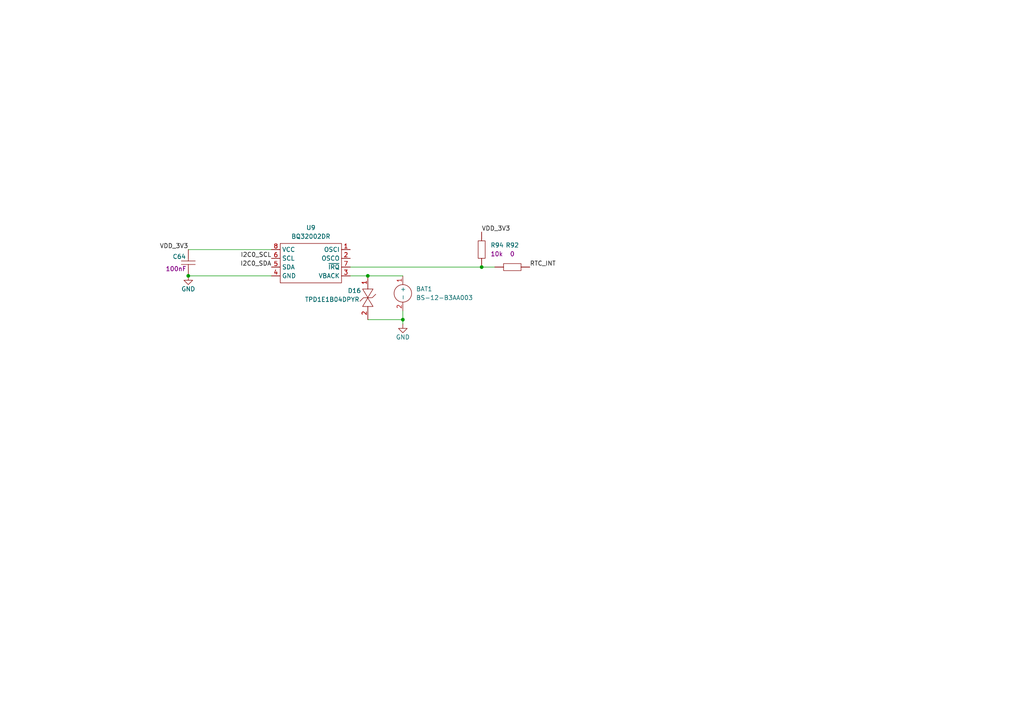
<source format=kicad_sch>
(kicad_sch (version 20250114) (generator "eeschema") (generator_version "9.0")
  (paper "A4")
  (lib_symbols
    (symbol "pepy_sym_lib:[BUTTON_CELL_HOLDER]MYOUNG BS-12-B3AA003"
      (property "Reference" "BAT" (at 0 3.556 0))
      (property "Value" "BS-12-B3AA003" (at 0 -4.064 0))
      (symbol "[BUTTON_CELL_HOLDER]MYOUNG BS-12-B3AA003_0_1"
        (circle (center 0 0) (radius 2.54))
        (pin power_in line (at 5.08 0 180) (length 2.54) (name "-") (number "2"))
      )
      (symbol "[BUTTON_CELL_HOLDER]MYOUNG BS-12-B3AA003_1_1"
        (pin power_in line (at -5.08 0 0) (length 2.54) (name "+") (number "1"))
      )
    )
    (symbol "pepy_sym_lib:[CAP_SMD_0201_0603Metric]YAGEO CC0201KRX5R6BB104" (pin_numbers (hide yes))
      (property "Reference" "C" (at 0 3.556 0))
      (property "Nvalue" "100nF" (at 0 -3.048 0))
      (symbol "[CAP_SMD_0201_0603Metric]YAGEO CC0201KRX5R6BB104_0_1"
        (polyline (pts (xy -1.27 0) (xy -0.51 0)))
        (polyline (pts (xy -0.51 2.03) (xy -0.51 -2.03)))
        (polyline (pts (xy 0.51 2.03) (xy 0.51 -2.03)))
        (polyline (pts (xy 0.51 0) (xy 1.27 0)))
      )
      (symbol "[CAP_SMD_0201_0603Metric]YAGEO CC0201KRX5R6BB104_1_1"
        (pin passive line (at -3.81 0 0) (length 2.54) (name "~") (number "1"))
        (pin passive line (at 3.81 0 180) (length 2.54) (name "~") (number "2"))
      )
    )
    (symbol "pepy_sym_lib:[ESD_PROT]Texas Instruments TPD1E1B04DPYR" (pin_names (hide yes))
      (property "Reference" "D" (at 0 3.048 0))
      (property "Value" "TPD1E1B04DPYR" (at 0 -4.318 0))
      (symbol "[ESD_PROT]Texas Instruments TPD1E1B04DPYR_0_1"
        (polyline (pts (xy -1.02 2.29) (xy 0 1.27) (xy 0 -1.27) (xy 1.02 -2.29)))
      )
      (symbol "[ESD_PROT]Texas Instruments TPD1E1B04DPYR_1_1"
        (polyline (pts (xy -2.54 1.524) (xy -0.0777 0.0004) (xy -2.5399 -1.52) (xy -2.5399 1.52)))
        (polyline (pts (xy 2.54 -1.524) (xy 0.0806 -0.0083) (xy 2.54 1.52) (xy 2.54 -1.52)))
        (pin passive line (at -6.35 0 0) (length 3.81) (name "C") (number "1"))
        (pin passive line (at 6.35 0 180) (length 3.81) (name "A") (number "2"))
      )
    )
    (symbol "pepy_sym_lib:[RES_SMD_0201_0603Metric]UNI-ROYAL(Uniroyal Elec) 0201WMF1002TEE" (pin_numbers (hide yes))
      (property "Reference" "R" (at 0 2.286 0))
      (property "Nvalue" "10k" (at 0 -2.54 0))
      (symbol "[RES_SMD_0201_0603Metric]UNI-ROYAL(Uniroyal Elec) 0201WMF1002TEE_1_1"
        (rectangle (start -2.54 1.02) (end 2.54 -1.02))
        (pin passive line (at -5.08 0 0) (length 2.54) (name "~") (number "1"))
        (pin passive line (at 5.08 0 180) (length 2.54) (name "~") (number "2"))
      )
    )
    (symbol "pepy_sym_lib:[RES_SMD_0402_1005Metric]UNI-ROYAL(Uniroyal Elec) 0402WGF0000TCE" (pin_numbers (hide yes))
      (property "Reference" "R" (at 0 2.286 0))
      (property "Nvalue" "0" (at 0 -2.286 0))
      (symbol "[RES_SMD_0402_1005Metric]UNI-ROYAL(Uniroyal Elec) 0402WGF0000TCE_1_1"
        (rectangle (start -2.54 1.02) (end 2.54 -1.02))
        (pin passive line (at -5.08 0 0) (length 2.54) (name "~") (number "1"))
        (pin passive line (at 5.08 0 180) (length 2.54) (name "~") (number "2"))
      )
    )
    (symbol "pepy_sym_lib:[RTC]TI BQ32002DR"
      (property "Reference" "U" (at 0 7.112 0))
      (property "Value" "BQ32002DR" (at 0 -7.874 0))
      (symbol "[RTC]TI BQ32002DR_0_1"
        (pin unspecified line (at 11.43 3.81 180) (length 2.54) (name "OSCI") (number "1"))
        (pin unspecified line (at 11.43 1.27 180) (length 2.54) (name "OSCO") (number "2"))
        (pin unspecified line (at 11.43 -1.27 180) (length 2.54) (name "~{IRQ}") (number "7"))
        (pin unspecified line (at 11.43 -3.81 180) (length 2.54) (name "VBACK") (number "3"))
      )
      (symbol "[RTC]TI BQ32002DR_1_1"
        (rectangle (start -8.89 5.588) (end 8.89 -5.842))
        (pin power_in line (at -11.43 3.81 0) (length 2.54) (name "VCC") (number "8"))
        (pin bidirectional line (at -11.43 1.27 0) (length 2.54) (name "SCL") (number "6"))
        (pin bidirectional line (at -11.43 -1.27 0) (length 2.54) (name "SDA") (number "5"))
        (pin power_in line (at -11.43 -3.81 0) (length 2.54) (name "GND") (number "4"))
      )
    )
    (symbol "power:GND" (power) (pin_numbers (hide yes)) (pin_names (offset 0) (hide yes))
      (property "Value" "GND" (at 0 -3.81 0))
      (symbol "GND_0_1"
        (polyline (pts (xy 0 0) (xy 0 -1.27) (xy 1.27 -1.27) (xy 0 -2.54) (xy -1.27 -1.27) (xy 0 -1.27)))
      )
      (symbol "GND_1_1"
        (pin power_in line (at 0 0 270) (length 0) (name "~") (number "1"))
      )
    )
  )
  (junction (at 139.7 77.47))
  (junction (at 116.84 92.71))
  (junction (at 54.61 80.01))
  (junction (at 106.68 80.01))
  (wire (pts (xy 54.61 80.01) (xy 78.74 80.01)))
  (wire (pts (xy 106.68 80.01) (xy 116.84 80.01)))
  (wire (pts (xy 101.6 77.47) (xy 139.7 77.47)))
  (wire (pts (xy 116.84 93.98) (xy 116.84 92.71)))
  (wire (pts (xy 101.6 80.01) (xy 106.68 80.01)))
  (wire (pts (xy 139.7 77.47) (xy 143.51 77.47)))
  (wire (pts (xy 116.84 92.71) (xy 116.84 90.17)))
  (wire (pts (xy 54.61 72.39) (xy 78.74 72.39)))
  (wire (pts (xy 106.68 92.71) (xy 116.84 92.71)))
  (label "RTC_INT" (at 153.67 77.47 0))
  (label "VDD_3V3" (at 139.7 67.31 0))
  (label "VDD_3V3" (at 54.61 72.39 180))
  (label "I2C0_SDA" (at 78.74 77.47 180))
  (label "I2C0_SCL" (at 78.74 74.93 180))
  (symbol (lib_id "power:GND") (at 116.84 93.98 0) (unit 1)
    (property "Reference" "#PWR067" (effects (hide yes)))
    (property "Value" "GND" (at 116.84 97.79 0))
    (property "Description" "Power symbol creates a global label with name \"GND\" , ground" (effects (hide yes)))
  )
  (symbol (lib_id "pepy_sym_lib:[ESD_PROT]Texas Instruments TPD1E1B04DPYR") (at 106.68 86.36 270) (unit 1)
    (property "Reference" "D16" (at 100.838 84.328 90) (effects (justify left)))
    (property "Value" "TPD1E1B04DPYR" (at 88.392 86.868 90) (effects (justify left)))
    (property "Footprint" "pepy_sym_lib:[ESD_PROT]Texas Instruments TPD1E1B04DPYR" (effects (hide yes)))
    (property "Datasheet" "https://lcsc.com/product-detail/ESD-and-Surge-Protection-TVS-ESD_Texas-Instruments-TPD1E1B04DPYR_C779408.html?s_z=n_TPD1E1B04DPYR" (effects (hide yes)))
    (property "Description" "8.5V 50W 6.4V 3.6V X1-SON-2(0.6x1) ESD and Surge Protection (TVS/ESD) ROHS" (effects (hide yes)))
    (property "LCSC Part" "C779408" (effects (hide yes)))
  )
  (symbol (lib_id "power:GND") (at 54.61 80.01 0) (unit 1)
    (property "Reference" "#PWR066" (effects (hide yes)))
    (property "Value" "GND" (at 54.61 83.82 0))
    (property "Description" "Power symbol creates a global label with name \"GND\" , ground" (effects (hide yes)))
  )
  (symbol (lib_id "pepy_sym_lib:[RTC]TI BQ32002DR") (at 90.17 76.2 0) (unit 1)
    (property "Reference" "U9" (at 90.17 66.04 0))
    (property "Value" "BQ32002DR" (at 90.17 68.58 0))
    (property "Footprint" "pepy_sym_lib:[RTC]TI BQ32002DR" (effects (hide yes)))
    (property "Datasheet" "https://lcsc.com/product-detail/Real-time-Clocks_Texas-Instruments-Texas-Instruments-BQ32002DR_C575564.html" (effects (hide yes)))
    (property "Description" "I2C SOIC-8 Real Time Clocks ROHS" (effects (hide yes)))
    (property "LCSC Part" "C575564" (effects (hide yes)))
  )
  (symbol (lib_id "pepy_sym_lib:[CAP_SMD_0201_0603Metric]YAGEO CC0201KRX5R6BB104") (at 54.61 76.2 90) (unit 1)
    (property "Reference" "C64" (at 50.038 74.422 90) (effects (justify right)))
    (property "Value" "CC0201KRX5R6BB104" (effects (hide yes)))
    (property "Footprint" "pepy_sym_lib:[CAP_SMD_0201_0603Metric]" (effects (hide yes)))
    (property "Datasheet" "https://lcsc.com/product-detail/Multilayer-Ceramic-Capacitors-MLCC-SMD-SMT_SAMSUNG_CL03A105MQ3CSNH_1uF-105-20-6-3V_C53067.html" (effects (hide yes)))
    (property "Description" "10V 100nF X5R ±10% 0201 Multilayer Ceramic Capacitors MLCC - SMD/SMT ROHS" (effects (hide yes)))
    (property "LCSC Part" "C190183" (effects (hide yes)))
    (property "Manufacturer" "YAGEO" (effects (hide yes)))
    (property "Nvalue" "100nF" (at 48.006 77.978 90) (effects (justify right)))
    (property "Package" "0201" (effects (hide yes)))
  )
  (symbol (lib_id "pepy_sym_lib:[RES_SMD_0402_1005Metric]UNI-ROYAL(Uniroyal Elec) 0402WGF0000TCE") (at 148.59 77.47 0) (unit 1)
    (property "Reference" "R92" (at 148.59 71.12 0))
    (property "Value" "0402WGF0000TCE" (effects (hide yes)))
    (property "Footprint" "pepy_sym_lib:[RES_SMD_0402_1005Metric]" (effects (hide yes)))
    (property "Datasheet" "https://lcsc.com/product-detail/Chip-Resistor-Surface-Mount-UniOhm_0R-0R0-1_C17168.html" (effects (hide yes)))
    (property "Description" "62.5mW Thick Film Resistors 50V ±800ppm/℃ ±1% 0Ω 0402 Chip Resistor - Surface Mount ROHS" (effects (hide yes)))
    (property "LCSC Part" "C17168" (effects (hide yes)))
    (property "Nvalue" "0" (at 148.59 73.66 0))
    (property "Manufacturer" "UNI-ROYAL(Uniroyal Elec) " (effects (hide yes)))
    (property "Package" "0402" (effects (hide yes)))
  )
  (symbol (lib_id "pepy_sym_lib:[RES_SMD_0201_0603Metric]UNI-ROYAL(Uniroyal Elec) 0201WMF1002TEE") (at 139.7 72.39 90) (unit 1)
    (property "Reference" "R94" (at 142.24 71.1199 90) (effects (justify right)))
    (property "Value" "0201WMF1002TEE" (effects (hide yes)))
    (property "Footprint" "pepy_sym_lib:[RES_SMD_0201_0603Metric]" (effects (hide yes)))
    (property "Datasheet" "https://lcsc.com/product-detail/Chip-Resistor-Surface-Mount_UNI-ROYAL-Uniroyal-Elec-0201WMF1002TEE_C473048.html" (effects (hide yes)))
    (property "Description" "1/20W Thick Film Resistors 25V ±1% ±200ppm/℃ 10kΩ 0201 Chip Resistor - Surface Mount ROHS" (effects (hide yes)))
    (property "LCSC Part" "C473048" (effects (hide yes)))
    (property "Manufacturer" "UNI-ROYAL(Uniroyal Elec)" (effects (hide yes)))
    (property "Nvalue" "10k" (at 142.24 73.6599 90) (effects (justify right)))
    (property "Package" "0201" (effects (hide yes)))
  )
  (symbol (lib_id "pepy_sym_lib:[BUTTON_CELL_HOLDER]MYOUNG BS-12-B3AA003") (at 116.84 85.09 270) (unit 1)
    (property "Reference" "BAT1" (at 120.65 83.8199 90) (effects (justify left)))
    (property "Value" "BS-12-B3AA003" (at 120.65 86.3599 90) (effects (justify left)))
    (property "Footprint" "pepy_sym_lib:[BUTTON_CELL_HOLDER]MYOUNG BS-12-B3AA003" (effects (hide yes)))
    (property "Datasheet" "https://lcsc.com/product-detail/Button-And-Strip-Battery-Connector_MYOUNG-BS-12-B3AA003_C964723.html?s_z=n_cr1220" (effects (hide yes)))
    (property "Description" "Battery Holder -25℃~+85℃ Phosphor Bronze CR1220 SMD Button And Strip Battery Connector ROHS" (effects (hide yes)))
    (property "LCSC Part" "C964723" (effects (hide yes)))
  )
)
</source>
